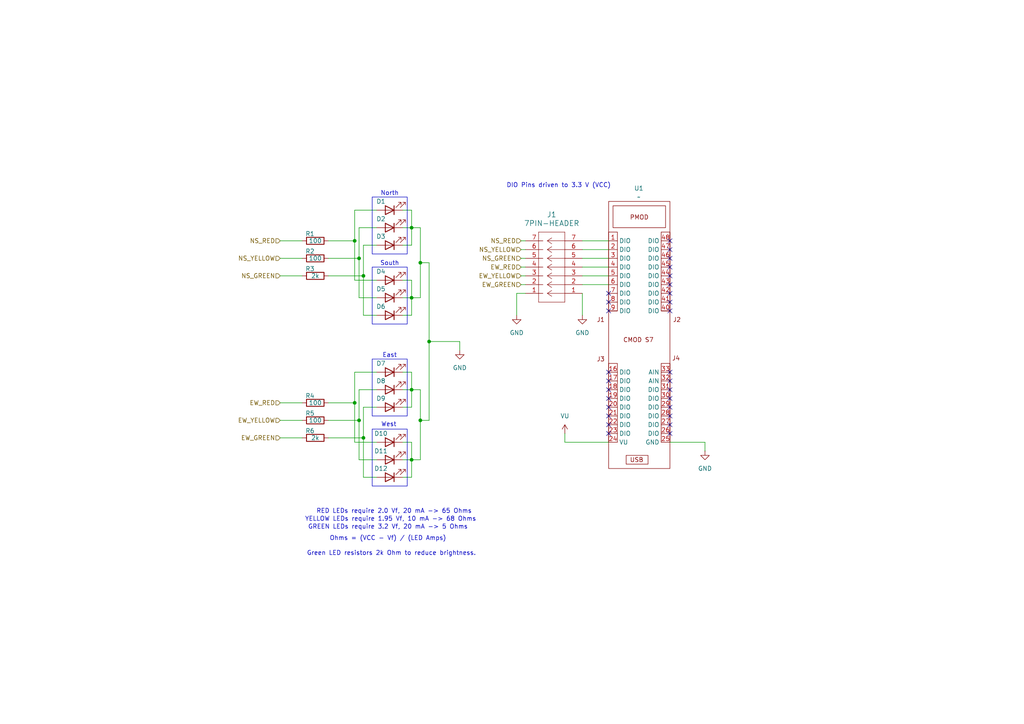
<source format=kicad_sch>
(kicad_sch (version 20231120) (generator "eeschema") (generator_version "8.0")
  (paper "A4")
  (title_block (title "Traffic Light PCB") (date "2024-05-16") (rev "v02") (company "The Ohio State University") (comment 1 "Author: Connor Fricke"))
  (lib_symbols
    (symbol "Device:LED" (pin_numbers hide) (pin_names (offset 1.016) hide)
      (property "Reference" "D" (at 0 2.54 0))
      (property "Value" "LED" (at 0 -2.54 0))
      (symbol "LED_0_1"
        (polyline (pts (xy -1.27 -1.27) (xy -1.27 1.27)) (stroke (width 0.254)))
        (polyline (pts (xy -1.27 0) (xy 1.27 0)))
        (polyline (pts (xy 1.27 -1.27) (xy 1.27 1.27) (xy -1.27 0) (xy 1.27 -1.27)) (stroke (width 0.254)))
        (polyline (pts (xy -3.048 -0.762) (xy -4.572 -2.286) (xy -3.81 -2.286) (xy -4.572 -2.286) (xy -4.572 -1.524)))
        (polyline (pts (xy -1.778 -0.762) (xy -3.302 -2.286) (xy -2.54 -2.286) (xy -3.302 -2.286) (xy -3.302 -1.524)))
      )
      (symbol "LED_1_1"
        (pin passive line (at -3.81 0 0) (length 2.54) (name "K") (number "1"))
        (pin passive line (at 3.81 0 180) (length 2.54) (name "A") (number "2"))
      )
    )
    (symbol "Device:R" (pin_numbers hide) (pin_names (offset 0))
      (property "Reference" "R" (at 2.032 0 90))
      (property "Value" "R" (at 0 0 90))
      (symbol "R_0_1"
        (rectangle (start -1.016 -2.54) (end 1.016 2.54) (stroke (width 0.254)))
      )
      (symbol "R_1_1"
        (pin passive line (at 0 3.81 270) (length 1.27) (name "~") (number "1"))
        (pin passive line (at 0 -3.81 90) (length 1.27) (name "~") (number "2"))
      )
    )
    (symbol "Library:7PIN-HEADER" (pin_names (offset 0.254))
      (property "Reference" "J" (at -3.048 11.43 0))
      (property "Value" "7PIN-HEADER" (at 0.254 19.812 0))
      (symbol "7PIN-HEADER_1_1"
        (polyline (pts (xy -3.81 -10.16) (xy 3.81 -10.16)) (stroke (width 0.127)))
        (polyline (pts (xy -3.81 10.16) (xy -3.81 -10.16)) (stroke (width 0.127)))
        (polyline (pts (xy 1.27 -7.62) (xy -3.81 -7.62)) (stroke (width 0.127)))
        (polyline (pts (xy 1.27 -7.62) (xy 0 -8.4667)) (stroke (width 0.127)))
        (polyline (pts (xy 1.27 -7.62) (xy 0 -6.7733)) (stroke (width 0.127)))
        (polyline (pts (xy 1.27 -5.08) (xy -3.81 -5.08)) (stroke (width 0.127)))
        (polyline (pts (xy 1.27 -5.08) (xy 0 -5.9267)) (stroke (width 0.127)))
        (polyline (pts (xy 1.27 -5.08) (xy 0 -4.2333)) (stroke (width 0.127)))
        (polyline (pts (xy 1.27 -2.54) (xy -3.81 -2.54)) (stroke (width 0.127)))
        (polyline (pts (xy 1.27 -2.54) (xy 0 -3.3867)) (stroke (width 0.127)))
        (polyline (pts (xy 1.27 -2.54) (xy 0 -1.6933)) (stroke (width 0.127)))
        (polyline (pts (xy 1.27 0) (xy -3.81 0)) (stroke (width 0.127)))
        (polyline (pts (xy 1.27 0) (xy 0 -0.8467)) (stroke (width 0.127)))
        (polyline (pts (xy 1.27 0) (xy 0 0.8467)) (stroke (width 0.127)))
        (polyline (pts (xy 1.27 2.54) (xy -3.81 2.54)) (stroke (width 0.127)))
        (polyline (pts (xy 1.27 2.54) (xy 0 1.6933)) (stroke (width 0.127)))
        (polyline (pts (xy 1.27 2.54) (xy 0 3.3867)) (stroke (width 0.127)))
        (polyline (pts (xy 1.27 5.08) (xy -3.81 5.08)) (stroke (width 0.127)))
        (polyline (pts (xy 1.27 5.08) (xy 0 4.2333)) (stroke (width 0.127)))
        (polyline (pts (xy 1.27 5.08) (xy 0 5.9267)) (stroke (width 0.127)))
        (polyline (pts (xy 1.27 7.62) (xy -3.81 7.62)) (stroke (width 0.127)))
        (polyline (pts (xy 1.27 7.62) (xy 0 6.7733)) (stroke (width 0.127)))
        (polyline (pts (xy 1.27 7.62) (xy 0 8.4667)) (stroke (width 0.127)))
        (polyline (pts (xy 3.81 -10.16) (xy 3.81 10.16)) (stroke (width 0.127)))
        (polyline (pts (xy 3.81 10.16) (xy -3.81 10.16)) (stroke (width 0.127)))
        (pin input line (at -8.89 7.62 0) (length 5.08) (name "") (number "1"))
        (pin output line (at 7.62 7.62 180) (length 5.08) (name "") (number "1"))
        (pin input line (at -8.89 5.08 0) (length 5.08) (name "") (number "2"))
        (pin output line (at 7.62 5.08 180) (length 5.08) (name "") (number "2"))
        (pin input line (at -8.89 2.54 0) (length 5.08) (name "") (number "3"))
        (pin output line (at 7.62 2.54 180) (length 5.08) (name "") (number "3"))
        (pin input line (at -8.89 0 0) (length 5.08) (name "") (number "4"))
        (pin output line (at 7.62 0 180) (length 5.08) (name "") (number "4"))
        (pin input line (at -8.89 -2.54 0) (length 5.08) (name "") (number "5"))
        (pin output line (at 7.62 -2.54 180) (length 5.08) (name "") (number "5"))
        (pin input line (at -8.89 -5.08 0) (length 5.08) (name "") (number "6"))
        (pin output line (at 7.62 -5.08 180) (length 5.08) (name "") (number "6"))
        (pin input line (at -8.89 -7.62 0) (length 5.08) (name "") (number "7"))
        (pin output line (at 7.62 -7.62 180) (length 5.08) (name "") (number "7"))
      )
      (symbol "7PIN-HEADER_1_2"
        (polyline (pts (xy 5.08 -17.78) (xy 12.7 -17.78)) (stroke (width 0.127)))
        (polyline (pts (xy 5.08 2.54) (xy 5.08 -17.78)) (stroke (width 0.127)))
        (polyline (pts (xy 7.62 -15.24) (xy 5.08 -15.24)) (stroke (width 0.127)))
        (polyline (pts (xy 7.62 -15.24) (xy 8.89 -16.0867)) (stroke (width 0.127)))
        (polyline (pts (xy 7.62 -15.24) (xy 8.89 -14.3933)) (stroke (width 0.127)))
        (polyline (pts (xy 7.62 -12.7) (xy 5.08 -12.7)) (stroke (width 0.127)))
        (polyline (pts (xy 7.62 -12.7) (xy 8.89 -13.5467)) (stroke (width 0.127)))
        (polyline (pts (xy 7.62 -12.7) (xy 8.89 -11.8533)) (stroke (width 0.127)))
        (polyline (pts (xy 7.62 -10.16) (xy 5.08 -10.16)) (stroke (width 0.127)))
        (polyline (pts (xy 7.62 -10.16) (xy 8.89 -11.0067)) (stroke (width 0.127)))
        (polyline (pts (xy 7.62 -10.16) (xy 8.89 -9.3133)) (stroke (width 0.127)))
        (polyline (pts (xy 7.62 -7.62) (xy 5.08 -7.62)) (stroke (width 0.127)))
        (polyline (pts (xy 7.62 -7.62) (xy 8.89 -8.4667)) (stroke (width 0.127)))
        (polyline (pts (xy 7.62 -7.62) (xy 8.89 -6.7733)) (stroke (width 0.127)))
        (polyline (pts (xy 7.62 -5.08) (xy 5.08 -5.08)) (stroke (width 0.127)))
        (polyline (pts (xy 7.62 -5.08) (xy 8.89 -5.9267)) (stroke (width 0.127)))
        (polyline (pts (xy 7.62 -5.08) (xy 8.89 -4.2333)) (stroke (width 0.127)))
        (polyline (pts (xy 7.62 -2.54) (xy 5.08 -2.54)) (stroke (width 0.127)))
        (polyline (pts (xy 7.62 -2.54) (xy 8.89 -3.3867)) (stroke (width 0.127)))
        (polyline (pts (xy 7.62 -2.54) (xy 8.89 -1.6933)) (stroke (width 0.127)))
        (polyline (pts (xy 7.62 0) (xy 5.08 0)) (stroke (width 0.127)))
        (polyline (pts (xy 7.62 0) (xy 8.89 -0.8467)) (stroke (width 0.127)))
        (polyline (pts (xy 7.62 0) (xy 8.89 0.8467)) (stroke (width 0.127)))
        (polyline (pts (xy 12.7 -17.78) (xy 12.7 2.54)) (stroke (width 0.127)))
        (polyline (pts (xy 12.7 2.54) (xy 5.08 2.54)) (stroke (width 0.127)))
        (pin unspecified line (at 0 0 0) (length 5.08) (name "1") (number "1"))
        (pin unspecified line (at 0 -2.54 0) (length 5.08) (name "2") (number "2"))
        (pin unspecified line (at 0 -5.08 0) (length 5.08) (name "3") (number "3"))
        (pin unspecified line (at 0 -7.62 0) (length 5.08) (name "4") (number "4"))
        (pin unspecified line (at 0 -10.16 0) (length 5.08) (name "5") (number "5"))
        (pin unspecified line (at 0 -12.7 0) (length 5.08) (name "6") (number "6"))
        (pin unspecified line (at 0 -15.24 0) (length 5.08) (name "7") (number "7"))
      )
    )
    (symbol "Library:CMOD_S7"
      (property "Reference" "U" (at -8.382 40.64 0))
      (symbol "CMOD_S7_0_1"
        (rectangle (start 8.89 39.37) (end -8.89 -38.1))
      )
      (symbol "CMOD_S7_1_1"
        (rectangle (start -8.89 30.48) (end -6.35 7.62))
        (rectangle (start -6.35 -7.62) (end -8.89 -30.48))
        (rectangle (start 2.54 -34.29) (end -3.81 -36.83))
        (rectangle (start 6.35 -7.62) (end 8.89 -30.48))
        (rectangle (start 7.62 38.1) (end -7.62 31.75))
        (rectangle (start 8.89 30.48) (end 6.35 7.62))
        (text "CMOD S7" (at -0.254 -0.762 0) (effects (font (size 1.27 1.27))))
        (text "J1" (at -11.176 5.08 0) (effects (font (size 1.27 1.27))))
        (text "J2\n" (at 10.922 5.08 0) (effects (font (size 1.27 1.27))))
        (text "J3" (at -11.176 -6.35 0) (effects (font (size 1.27 1.27))))
        (text "J4" (at 10.668 -6.096 0) (effects (font (size 1.27 1.27))))
        (text "PMOD" (at 0 34.798 0) (effects (font (size 1.27 1.27))))
        (text "USB" (at -0.762 -35.56 0) (effects (font (size 1.27 1.27))))
        (pin bidirectional line (at -8.89 27.94 0) (length 2.54) (name "DIO") (number "1"))
        (pin bidirectional line (at -8.89 -10.16 0) (length 2.54) (name "DIO") (number "16"))
        (pin bidirectional line (at -8.89 -12.7 0) (length 2.54) (name "DIO") (number "17"))
        (pin bidirectional line (at -8.89 -15.24 0) (length 2.54) (name "DIO") (number "18"))
        (pin bidirectional line (at -8.89 -17.78 0) (length 2.54) (name "DIO") (number "19"))
        (pin bidirectional line (at -8.89 25.4 0) (length 2.54) (name "DIO") (number "2"))
        (pin bidirectional line (at -8.89 -20.32 0) (length 2.54) (name "DIO") (number "20"))
        (pin bidirectional line (at -8.89 -22.86 0) (length 2.54) (name "DIO") (number "21"))
        (pin bidirectional line (at -8.89 -25.4 0) (length 2.54) (name "DIO") (number "22"))
        (pin bidirectional line (at -8.89 -27.94 0) (length 2.54) (name "DIO") (number "23"))
        (pin power_in line (at -8.89 -30.48 0) (length 2.54) (name "VU") (number "24"))
        (pin power_in line (at 8.89 -30.48 180) (length 2.54) (name "GND") (number "25"))
        (pin bidirectional line (at 8.89 -27.94 180) (length 2.54) (name "DIO") (number "26"))
        (pin bidirectional line (at 8.89 -25.4 180) (length 2.54) (name "DIO") (number "27"))
        (pin bidirectional line (at 8.89 -22.86 180) (length 2.54) (name "DIO") (number "28"))
        (pin bidirectional line (at 8.89 -20.32 180) (length 2.54) (name "DIO") (number "29"))
        (pin bidirectional line (at -8.89 22.86 0) (length 2.54) (name "DIO") (number "3"))
        (pin bidirectional line (at 8.89 -17.78 180) (length 2.54) (name "DIO") (number "30"))
        (pin bidirectional line (at 8.89 -15.24 180) (length 2.54) (name "DIO") (number "31"))
        (pin input line (at 8.89 -12.7 180) (length 2.54) (name "AIN") (number "32"))
        (pin input line (at 8.89 -10.16 180) (length 2.54) (name "AIN") (number "33"))
        (pin bidirectional line (at -8.89 20.32 0) (length 2.54) (name "DIO") (number "4"))
        (pin bidirectional line (at 8.89 7.62 180) (length 2.54) (name "DIO") (number "40"))
        (pin bidirectional line (at 8.89 10.16 180) (length 2.54) (name "DIO") (number "41"))
        (pin bidirectional line (at 8.89 12.7 180) (length 2.54) (name "DIO") (number "42"))
        (pin bidirectional line (at 8.89 15.24 180) (length 2.54) (name "DIO") (number "43"))
        (pin bidirectional line (at 8.89 17.78 180) (length 2.54) (name "DIO") (number "44"))
        (pin bidirectional line (at 8.89 20.32 180) (length 2.54) (name "DIO") (number "45"))
        (pin bidirectional line (at 8.89 22.86 180) (length 2.54) (name "DIO") (number "46"))
        (pin bidirectional line (at 8.89 25.4 180) (length 2.54) (name "DIO") (number "47"))
        (pin bidirectional line (at 8.89 27.94 180) (length 2.54) (name "DIO") (number "48"))
        (pin bidirectional line (at -8.89 17.78 0) (length 2.54) (name "DIO") (number "5"))
        (pin bidirectional line (at -8.89 15.24 0) (length 2.54) (name "DIO") (number "6"))
        (pin bidirectional line (at -8.89 12.7 0) (length 2.54) (name "DIO") (number "7"))
        (pin bidirectional line (at -8.89 10.16 0) (length 2.54) (name "DIO") (number "8"))
        (pin bidirectional line (at -8.89 7.62 0) (length 2.54) (name "DIO") (number "9"))
      )
    )
    (symbol "power:GND" (power) (pin_numbers hide) (pin_names (offset 0) hide)
      (property "Value" "GND" (at 0 -3.81 0))
      (symbol "GND_0_1"
        (polyline (pts (xy 0 0) (xy 0 -1.27) (xy 1.27 -1.27) (xy 0 -2.54) (xy -1.27 -1.27) (xy 0 -1.27)))
      )
      (symbol "GND_1_1"
        (pin power_in line (at 0 0 270) (length 0) (name "~") (number "1"))
      )
    )
    (symbol "power:VCC" (power) (pin_numbers hide) (pin_names (offset 0) hide)
      (property "Value" "VCC" (at 0 3.556 0))
      (symbol "VCC_0_1"
        (polyline (pts (xy -0.762 1.27) (xy 0 2.54)))
        (polyline (pts (xy 0 0) (xy 0 2.54)))
        (polyline (pts (xy 0 2.54) (xy 0.762 1.27)))
      )
      (symbol "VCC_1_1"
        (pin power_in line (at 0 0 90) (length 0) (name "~") (number "1"))
      )
    )
  )
  (junction (at 119.38 86.36))
  (junction (at 119.38 113.03))
  (junction (at 105.41 80.01))
  (junction (at 119.38 133.35))
  (junction (at 105.41 127))
  (junction (at 119.38 66.04))
  (junction (at 104.14 74.93))
  (junction (at 104.14 121.92))
  (junction (at 124.46 99.06))
  (junction (at 102.87 116.84))
  (junction (at 121.92 121.92))
  (junction (at 102.87 69.85))
  (junction (at 121.92 76.2))
  (no_connect (at 194.31 80.01))
  (no_connect (at 176.53 110.49))
  (no_connect (at 194.31 113.03))
  (no_connect (at 194.31 74.93))
  (no_connect (at 176.53 123.19))
  (no_connect (at 194.31 69.85))
  (no_connect (at 194.31 118.11))
  (no_connect (at 176.53 90.17))
  (no_connect (at 194.31 120.65))
  (no_connect (at 176.53 115.57))
  (no_connect (at 194.31 107.95))
  (no_connect (at 194.31 87.63))
  (no_connect (at 176.53 87.63))
  (no_connect (at 194.31 125.73))
  (no_connect (at 194.31 72.39))
  (no_connect (at 194.31 110.49))
  (no_connect (at 194.31 90.17))
  (no_connect (at 176.53 113.03))
  (no_connect (at 194.31 115.57))
  (no_connect (at 176.53 120.65))
  (no_connect (at 194.31 123.19))
  (no_connect (at 194.31 77.47))
  (no_connect (at 176.53 125.73))
  (no_connect (at 176.53 85.09))
  (no_connect (at 176.53 107.95))
  (no_connect (at 176.53 118.11))
  (no_connect (at 194.31 85.09))
  (no_connect (at 194.31 82.55))
  (wire (pts (xy 105.41 71.12) (xy 105.41 80.01)))
  (wire (pts (xy 119.38 60.96) (xy 119.38 66.04)))
  (wire (pts (xy 119.38 113.03) (xy 119.38 118.11)))
  (wire (pts (xy 81.28 80.01) (xy 87.63 80.01)))
  (wire (pts (xy 81.28 121.92) (xy 87.63 121.92)))
  (wire (pts (xy 168.91 69.85) (xy 176.53 69.85)))
  (wire (pts (xy 116.84 81.28) (xy 119.38 81.28)))
  (wire (pts (xy 116.84 71.12) (xy 119.38 71.12)))
  (wire (pts (xy 121.92 76.2) (xy 121.92 86.36)))
  (wire (pts (xy 151.13 82.55) (xy 152.4 82.55)))
  (wire (pts (xy 119.38 138.43) (xy 116.84 138.43)))
  (wire (pts (xy 109.22 60.96) (xy 102.87 60.96)))
  (wire (pts (xy 95.25 121.92) (xy 104.14 121.92)))
  (wire (pts (xy 116.84 118.11) (xy 119.38 118.11)))
  (wire (pts (xy 151.13 77.47) (xy 152.4 77.47)))
  (wire (pts (xy 95.25 127) (xy 105.41 127)))
  (wire (pts (xy 105.41 80.01) (xy 105.41 91.44)))
  (wire (pts (xy 124.46 76.2) (xy 124.46 99.06)))
  (wire (pts (xy 168.91 85.09) (xy 168.91 91.44)))
  (wire (pts (xy 121.92 133.35) (xy 119.38 133.35)))
  (wire (pts (xy 109.22 66.04) (xy 104.14 66.04)))
  (wire (pts (xy 168.91 74.93) (xy 176.53 74.93)))
  (wire (pts (xy 102.87 81.28) (xy 109.22 81.28)))
  (wire (pts (xy 119.38 128.27) (xy 119.38 133.35)))
  (wire (pts (xy 116.84 113.03) (xy 119.38 113.03)))
  (wire (pts (xy 81.28 116.84) (xy 87.63 116.84)))
  (wire (pts (xy 119.38 86.36) (xy 119.38 91.44)))
  (wire (pts (xy 104.14 86.36) (xy 109.22 86.36)))
  (wire (pts (xy 104.14 121.92) (xy 104.14 133.35)))
  (wire (pts (xy 102.87 69.85) (xy 102.87 81.28)))
  (wire (pts (xy 119.38 86.36) (xy 121.92 86.36)))
  (wire (pts (xy 105.41 127) (xy 105.41 138.43)))
  (wire (pts (xy 109.22 113.03) (xy 104.14 113.03)))
  (wire (pts (xy 102.87 128.27) (xy 109.22 128.27)))
  (wire (pts (xy 124.46 121.92) (xy 124.46 99.06)))
  (wire (pts (xy 95.25 80.01) (xy 105.41 80.01)))
  (wire (pts (xy 124.46 99.06) (xy 133.35 99.06)))
  (wire (pts (xy 81.28 74.93) (xy 87.63 74.93)))
  (wire (pts (xy 168.91 72.39) (xy 176.53 72.39)))
  (wire (pts (xy 151.13 74.93) (xy 152.4 74.93)))
  (wire (pts (xy 121.92 76.2) (xy 124.46 76.2)))
  (wire (pts (xy 121.92 66.04) (xy 121.92 76.2)))
  (wire (pts (xy 105.41 138.43) (xy 109.22 138.43)))
  (wire (pts (xy 119.38 107.95) (xy 119.38 113.03)))
  (wire (pts (xy 95.25 74.93) (xy 104.14 74.93)))
  (wire (pts (xy 95.25 69.85) (xy 102.87 69.85)))
  (wire (pts (xy 102.87 60.96) (xy 102.87 69.85)))
  (wire (pts (xy 163.83 125.73) (xy 163.83 128.27)))
  (wire (pts (xy 121.92 121.92) (xy 124.46 121.92)))
  (wire (pts (xy 116.84 107.95) (xy 119.38 107.95)))
  (wire (pts (xy 109.22 71.12) (xy 105.41 71.12)))
  (wire (pts (xy 168.91 80.01) (xy 176.53 80.01)))
  (wire (pts (xy 116.84 91.44) (xy 119.38 91.44)))
  (wire (pts (xy 105.41 118.11) (xy 105.41 127)))
  (wire (pts (xy 104.14 113.03) (xy 104.14 121.92)))
  (wire (pts (xy 152.4 85.09) (xy 149.86 85.09)))
  (wire (pts (xy 116.84 66.04) (xy 119.38 66.04)))
  (wire (pts (xy 121.92 113.03) (xy 121.92 121.92)))
  (wire (pts (xy 204.47 128.27) (xy 204.47 130.81)))
  (wire (pts (xy 151.13 72.39) (xy 152.4 72.39)))
  (wire (pts (xy 116.84 128.27) (xy 119.38 128.27)))
  (wire (pts (xy 119.38 81.28) (xy 119.38 86.36)))
  (wire (pts (xy 116.84 86.36) (xy 119.38 86.36)))
  (wire (pts (xy 119.38 66.04) (xy 121.92 66.04)))
  (wire (pts (xy 95.25 116.84) (xy 102.87 116.84)))
  (wire (pts (xy 81.28 69.85) (xy 87.63 69.85)))
  (wire (pts (xy 163.83 128.27) (xy 176.53 128.27)))
  (wire (pts (xy 116.84 60.96) (xy 119.38 60.96)))
  (wire (pts (xy 81.28 127) (xy 87.63 127)))
  (wire (pts (xy 109.22 118.11) (xy 105.41 118.11)))
  (wire (pts (xy 151.13 69.85) (xy 152.4 69.85)))
  (wire (pts (xy 104.14 74.93) (xy 104.14 86.36)))
  (wire (pts (xy 102.87 116.84) (xy 102.87 128.27)))
  (wire (pts (xy 116.84 133.35) (xy 119.38 133.35)))
  (wire (pts (xy 119.38 133.35) (xy 119.38 138.43)))
  (wire (pts (xy 105.41 91.44) (xy 109.22 91.44)))
  (wire (pts (xy 119.38 113.03) (xy 121.92 113.03)))
  (wire (pts (xy 149.86 85.09) (xy 149.86 91.44)))
  (wire (pts (xy 119.38 66.04) (xy 119.38 71.12)))
  (wire (pts (xy 151.13 80.01) (xy 152.4 80.01)))
  (wire (pts (xy 168.91 77.47) (xy 176.53 77.47)))
  (wire (pts (xy 133.35 99.06) (xy 133.35 101.6)))
  (wire (pts (xy 194.31 128.27) (xy 204.47 128.27)))
  (wire (pts (xy 104.14 133.35) (xy 109.22 133.35)))
  (wire (pts (xy 121.92 121.92) (xy 121.92 133.35)))
  (wire (pts (xy 109.22 107.95) (xy 102.87 107.95)))
  (wire (pts (xy 168.91 82.55) (xy 176.53 82.55)))
  (wire (pts (xy 104.14 66.04) (xy 104.14 74.93)))
  (wire (pts (xy 102.87 107.95) (xy 102.87 116.84)))
  (rectangle (start 107.95 104.14) (end 118.11 120.65))
  (rectangle (start 107.95 77.47) (end 118.11 93.98))
  (rectangle (start 107.95 124.46) (end 118.11 140.97))
  (rectangle (start 107.95 57.15) (end 118.11 73.66))
  (text "West" (at 112.776 123.19 0) (effects (font (size 1.27 1.27))))
  (text "RED LEDs require 2.0 Vf, 20 mA -> 65 Ohms" (at 114.3 148.336 0) (effects (font (size 1.27 1.27))))
  (text "YELLOW LEDs require 1.95 Vf, 10 mA -> 68 Ohms" (at 113.284 150.622 0) (effects (font (size 1.27 1.27))))
  (text "Ohms = (VCC - Vf) / (LED Amps)" (at 112.522 156.21 0) (effects (font (size 1.27 1.27))))
  (text "North" (at 113.03 56.134 0) (effects (font (size 1.27 1.27))))
  (text "Green LED resistors 2k Ohm to reduce brightness." (at 113.538 160.528 0) (effects (font (size 1.27 1.27))))
  (text "South" (at 113.03 76.454 0) (effects (font (size 1.27 1.27))))
  (text "DIO Pins driven to 3.3 V (VCC)" (at 162.052 53.848 0) (effects (font (size 1.27 1.27))))
  (text "East" (at 113.03 103.124 0) (effects (font (size 1.27 1.27))))
  (text "GREEN LEDs require 3.2 Vf, 20 mA -> 5 Ohms" (at 112.522 152.908 0) (effects (font (size 1.27 1.27))))
  (hierarchical_label "NS_YELLOW" (shape input) (at 81.28 74.93 180))
  (hierarchical_label "NS_YELLOW" (shape input) (at 151.13 72.39 180))
  (hierarchical_label "EW_GREEN" (shape input) (at 81.28 127 180))
  (hierarchical_label "EW_RED" (shape input) (at 81.28 116.84 180))
  (hierarchical_label "NS_GREEN" (shape input) (at 151.13 74.93 180))
  (hierarchical_label "EW_GREEN" (shape input) (at 151.13 82.55 180))
  (hierarchical_label "NS_GREEN" (shape input) (at 81.28 80.01 180))
  (hierarchical_label "EW_RED" (shape input) (at 151.13 77.47 180))
  (hierarchical_label "NS_RED" (shape input) (at 151.13 69.85 180))
  (hierarchical_label "NS_RED" (shape input) (at 81.28 69.85 180))
  (hierarchical_label "EW_YELLOW" (shape input) (at 81.28 121.92 180))
  (hierarchical_label "EW_YELLOW" (shape input) (at 151.13 80.01 180))
  (symbol (lib_id "Device:R") (at 91.44 116.84 90) (unit 1)
    (property "Reference" "R4" (at 89.916 114.808 90))
    (property "Value" "100" (at 91.44 116.84 90))
    (property "Footprint" "Resistor_SMD:R_0603_1608Metric" (effects (hide yes)))
    (property "Description" "Resistor" (effects (hide yes)))
  )
  (symbol (lib_id "Device:LED") (at 113.03 81.28 180) (unit 1)
    (property "Reference" "D4" (at 110.49 78.74 0))
    (property "Value" "LED" (effects (hide yes)))
    (property "Footprint" "digikey-footprints:LED_5mm_Radial" (effects (hide yes)))
    (property "Description" "Light emitting diode" (effects (hide yes)))
  )
  (symbol (lib_id "Device:LED") (at 113.03 128.27 180) (unit 1)
    (property "Reference" "D10" (at 110.49 125.73 0))
    (property "Value" "LED" (effects (hide yes)))
    (property "Footprint" "digikey-footprints:LED_5mm_Radial" (effects (hide yes)))
    (property "Description" "Light emitting diode" (effects (hide yes)))
  )
  (symbol (lib_id "power:GND") (at 168.91 91.44 0) (unit 1)
    (property "Reference" "#PWR04" (effects (hide yes)))
    (property "Value" "GND" (at 168.91 96.52 0))
    (property "Description" "Power symbol creates a global label with name \"GND\" , ground" (effects (hide yes)))
  )
  (symbol (lib_id "Device:LED") (at 113.03 60.96 180) (unit 1)
    (property "Reference" "D1" (at 110.49 58.42 0))
    (property "Value" "LED" (effects (hide yes)))
    (property "Footprint" "digikey-footprints:LED_5mm_Radial" (effects (hide yes)))
    (property "Description" "Light emitting diode" (effects (hide yes)))
  )
  (symbol (lib_id "Device:LED") (at 113.03 118.11 180) (unit 1)
    (property "Reference" "D9" (at 110.49 115.57 0))
    (property "Value" "LED" (effects (hide yes)))
    (property "Footprint" "digikey-footprints:LED_5mm_Radial" (effects (hide yes)))
    (property "Description" "Light emitting diode" (effects (hide yes)))
  )
  (symbol (lib_id "power:GND") (at 204.47 130.81 0) (unit 1)
    (property "Reference" "#PWR05" (effects (hide yes)))
    (property "Value" "GND" (at 204.47 135.89 0))
    (property "Description" "Power symbol creates a global label with name \"GND\" , ground" (effects (hide yes)))
  )
  (symbol (lib_id "Device:LED") (at 113.03 133.35 180) (unit 1)
    (property "Reference" "D11" (at 110.49 130.81 0))
    (property "Value" "LED" (effects (hide yes)))
    (property "Footprint" "digikey-footprints:LED_5mm_Radial" (effects (hide yes)))
    (property "Description" "Light emitting diode" (effects (hide yes)))
  )
  (symbol (lib_id "Device:LED") (at 113.03 138.43 180) (unit 1)
    (property "Reference" "D12" (at 110.49 135.89 0))
    (property "Value" "LED" (effects (hide yes)))
    (property "Footprint" "digikey-footprints:LED_5mm_Radial" (effects (hide yes)))
    (property "Description" "Light emitting diode" (effects (hide yes)))
  )
  (symbol (lib_id "power:GND") (at 133.35 101.6 0) (unit 1)
    (property "Reference" "#PWR01" (effects (hide yes)))
    (property "Value" "GND" (at 133.35 106.68 0))
    (property "Description" "Power symbol creates a global label with name \"GND\" , ground" (effects (hide yes)))
  )
  (symbol (lib_id "Device:R") (at 91.44 121.92 90) (unit 1)
    (property "Reference" "R5" (at 89.916 119.888 90))
    (property "Value" "100" (at 91.44 121.92 90))
    (property "Footprint" "Resistor_SMD:R_0603_1608Metric" (effects (hide yes)))
    (property "Description" "Resistor" (effects (hide yes)))
  )
  (symbol (lib_id "Device:LED") (at 113.03 113.03 180) (unit 1)
    (property "Reference" "D8" (at 110.49 110.49 0))
    (property "Value" "LED" (effects (hide yes)))
    (property "Footprint" "digikey-footprints:LED_5mm_Radial" (effects (hide yes)))
    (property "Description" "Light emitting diode" (effects (hide yes)))
  )
  (symbol (lib_id "Device:LED") (at 113.03 66.04 180) (unit 1)
    (property "Reference" "D2" (at 110.49 63.5 0))
    (property "Value" "LED" (effects (hide yes)))
    (property "Footprint" "digikey-footprints:LED_5mm_Radial" (effects (hide yes)))
    (property "Description" "Light emitting diode" (effects (hide yes)))
  )
  (symbol (lib_id "Device:LED") (at 113.03 107.95 180) (unit 1)
    (property "Reference" "D7" (at 110.49 105.41 0))
    (property "Value" "LED" (effects (hide yes)))
    (property "Footprint" "digikey-footprints:LED_5mm_Radial" (effects (hide yes)))
    (property "Description" "Light emitting diode" (effects (hide yes)))
  )
  (symbol (lib_id "Device:R") (at 91.44 69.85 90) (unit 1)
    (property "Reference" "R1" (at 89.916 67.818 90))
    (property "Value" "100" (at 91.44 69.85 90))
    (property "Footprint" "Resistor_SMD:R_0603_1608Metric" (effects (hide yes)))
    (property "Description" "Resistor" (effects (hide yes)))
  )
  (symbol (lib_id "Library:7PIN-HEADER") (at 160.02 77.47 180) (unit 1)
    (property "Reference" "J1" (at 160.02 62.23 0) (effects (font (size 1.524 1.524))))
    (property "Value" "7PIN-HEADER" (at 160.02 64.77 0) (effects (font (size 1.524 1.524))))
    (property "Footprint" "Library:7PIN-HEADER" (effects (hide yes)))
    (property "Datasheet" "PPTC071LFBN-RC" (effects (hide yes)))
  )
  (symbol (lib_id "Device:R") (at 91.44 127 90) (unit 1)
    (property "Reference" "R6" (at 89.916 124.968 90))
    (property "Value" "2k" (at 91.44 127 90))
    (property "Footprint" "Resistor_SMD:R_0805_2012Metric" (effects (hide yes)))
    (property "Description" "Resistor" (effects (hide yes)))
  )
  (symbol (lib_id "Device:R") (at 91.44 74.93 90) (unit 1)
    (property "Reference" "R2" (at 89.916 72.898 90))
    (property "Value" "100" (at 91.44 74.93 90))
    (property "Footprint" "Resistor_SMD:R_0603_1608Metric" (effects (hide yes)))
    (property "Description" "Resistor" (effects (hide yes)))
  )
  (symbol (lib_id "Device:LED") (at 113.03 91.44 180) (unit 1)
    (property "Reference" "D6" (at 110.49 88.9 0))
    (property "Value" "LED" (effects (hide yes)))
    (property "Footprint" "digikey-footprints:LED_5mm_Radial" (effects (hide yes)))
    (property "Description" "Light emitting diode" (effects (hide yes)))
  )
  (symbol (lib_id "power:GND") (at 149.86 91.44 0) (unit 1)
    (property "Reference" "#PWR03" (effects (hide yes)))
    (property "Value" "GND" (at 149.86 96.52 0))
    (property "Description" "Power symbol creates a global label with name \"GND\" , ground" (effects (hide yes)))
  )
  (symbol (lib_id "Device:R") (at 91.44 80.01 90) (unit 1)
    (property "Reference" "R3" (at 89.916 77.978 90))
    (property "Value" "2k" (at 91.44 80.01 90))
    (property "Footprint" "Resistor_SMD:R_0805_2012Metric" (effects (hide yes)))
    (property "Description" "Resistor" (effects (hide yes)))
  )
  (symbol (lib_id "Device:LED") (at 113.03 86.36 180) (unit 1)
    (property "Reference" "D5" (at 110.49 83.82 0))
    (property "Value" "LED" (effects (hide yes)))
    (property "Footprint" "digikey-footprints:LED_5mm_Radial" (effects (hide yes)))
    (property "Description" "Light emitting diode" (effects (hide yes)))
  )
  (symbol (lib_id "power:VCC") (at 163.83 125.73 0) (unit 1)
    (property "Reference" "#PWR02" (effects (hide yes)))
    (property "Value" "VU" (at 163.83 120.65 0))
    (property "Description" "Power symbol creates a global label with name \"VCC\"" (effects (hide yes)))
  )
  (symbol (lib_id "Device:LED") (at 113.03 71.12 180) (unit 1)
    (property "Reference" "D3" (at 110.49 68.58 0))
    (property "Value" "LED" (effects (hide yes)))
    (property "Footprint" "digikey-footprints:LED_5mm_Radial" (effects (hide yes)))
    (property "Description" "Light emitting diode" (effects (hide yes)))
  )
  (symbol (lib_id "Library:CMOD_S7") (at 185.42 97.79 0) (unit 1)
    (property "Reference" "U1" (at 185.293 54.61 0))
    (property "Value" "~" (at 185.293 57.15 0))
  )
)
</source>
